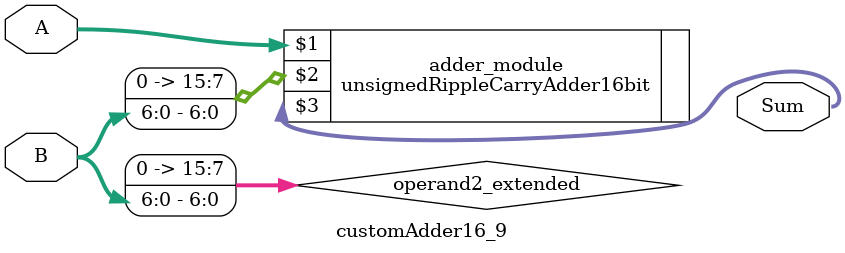
<source format=v>

module customAdder16_9(
                    input [15 : 0] A,
                    input [6 : 0] B,
                    
                    output [16 : 0] Sum
            );

    wire [15 : 0] operand2_extended;
    
    assign operand2_extended =  {9'b0, B};
    
    unsignedRippleCarryAdder16bit adder_module(
        A,
        operand2_extended,
        Sum
    );
    
endmodule
        
</source>
